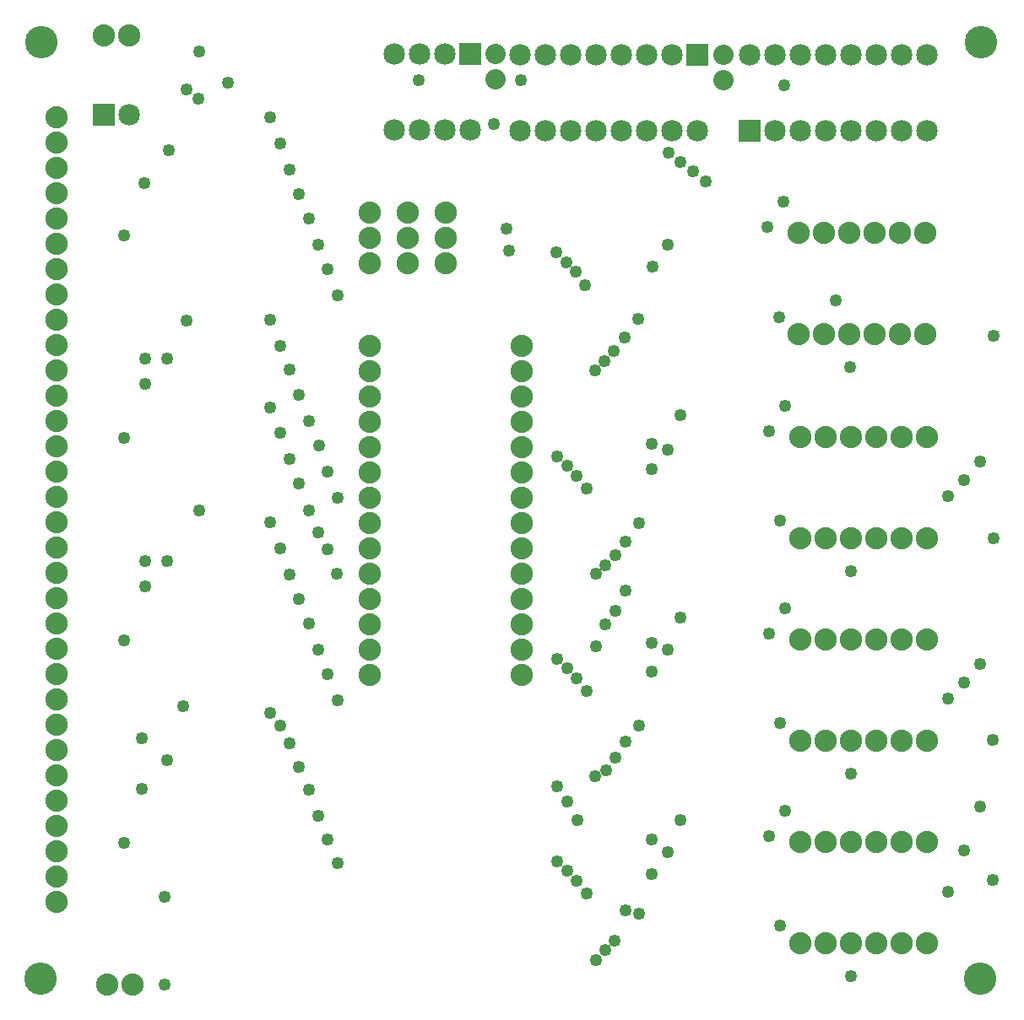
<source format=gbs>
G04 MADE WITH FRITZING*
G04 WWW.FRITZING.ORG*
G04 DOUBLE SIDED*
G04 HOLES PLATED*
G04 CONTOUR ON CENTER OF CONTOUR VECTOR*
%ASAXBY*%
%FSLAX23Y23*%
%MOIN*%
%OFA0B0*%
%SFA1.0B1.0*%
%ADD10C,0.049370*%
%ADD11C,0.088000*%
%ADD12C,0.085000*%
%ADD13C,0.128110*%
%ADD14C,0.080000*%
%ADD15R,0.085000X0.085000*%
%LNMASK0*%
G90*
G70*
G54D10*
X2588Y3382D03*
X2633Y3345D03*
X2633Y2345D03*
X2521Y2232D03*
X2683Y3307D03*
X2633Y1545D03*
X2521Y1445D03*
X2734Y3270D03*
X2634Y744D03*
X2521Y532D03*
X733Y3782D03*
X685Y2720D03*
X521Y2570D03*
X683Y3632D03*
X732Y3596D03*
X734Y1970D03*
X521Y1770D03*
X847Y3659D03*
X671Y1195D03*
X508Y1070D03*
G54D11*
X1708Y3145D03*
X1708Y3045D03*
X1708Y2945D03*
X1558Y3145D03*
X1558Y3045D03*
X1558Y2945D03*
X1408Y3145D03*
X1408Y3045D03*
X1408Y2945D03*
G54D10*
X2149Y880D03*
X2189Y819D03*
X2226Y746D03*
X2302Y1432D03*
X2338Y1519D03*
X2378Y1571D03*
X2419Y1651D03*
X1958Y2995D03*
X1946Y3082D03*
X1896Y3495D03*
G54D12*
X358Y3532D03*
X458Y3532D03*
G54D11*
X358Y3845D03*
X458Y3845D03*
X371Y95D03*
X471Y95D03*
G54D10*
X596Y442D03*
X596Y95D03*
X1279Y1717D03*
X1242Y1815D03*
X1204Y1882D03*
X1167Y1970D03*
X1128Y2074D03*
X1090Y2172D03*
X1053Y2274D03*
X1015Y2375D03*
X2983Y682D03*
X2983Y1482D03*
X2983Y2282D03*
X2979Y3088D03*
X3046Y782D03*
X3046Y1582D03*
X3046Y2382D03*
X3041Y3188D03*
X3028Y327D03*
X3028Y1127D03*
X3028Y1927D03*
X3023Y2733D03*
X3691Y463D03*
X3691Y1226D03*
X3691Y2026D03*
X3816Y797D03*
X3816Y1363D03*
X3816Y2163D03*
X3754Y626D03*
X3754Y1288D03*
X3754Y2088D03*
X3246Y2799D03*
X3308Y129D03*
X3308Y929D03*
X3308Y1729D03*
X3304Y2535D03*
X3866Y508D03*
X3866Y1063D03*
X3871Y1857D03*
X3871Y2657D03*
X1600Y3670D03*
X3043Y3649D03*
G54D11*
X170Y1122D03*
X170Y1022D03*
X170Y922D03*
X170Y822D03*
X170Y722D03*
X170Y622D03*
X170Y522D03*
X170Y422D03*
X170Y1922D03*
X170Y1822D03*
X170Y1722D03*
X170Y1622D03*
X170Y1522D03*
X170Y1422D03*
X170Y1322D03*
X170Y1222D03*
X170Y2722D03*
X170Y2622D03*
X170Y2522D03*
X170Y2422D03*
X170Y2322D03*
X170Y2222D03*
X170Y2122D03*
X170Y2022D03*
X170Y3522D03*
X170Y3422D03*
X170Y3322D03*
X170Y3222D03*
X170Y3122D03*
X170Y3022D03*
X170Y2922D03*
X170Y2822D03*
G54D10*
X2521Y670D03*
X2521Y1332D03*
X2521Y2132D03*
X2524Y2932D03*
X508Y870D03*
X521Y1670D03*
X521Y2470D03*
X519Y3261D03*
X2583Y620D03*
X2583Y1420D03*
X2583Y2207D03*
X2583Y3020D03*
X608Y982D03*
X608Y1770D03*
X608Y2570D03*
X615Y3391D03*
X2470Y375D03*
X2471Y1119D03*
X2471Y1919D03*
X2467Y2725D03*
X439Y655D03*
X439Y1455D03*
X439Y2255D03*
X439Y3055D03*
X2225Y505D03*
X2225Y1305D03*
X2225Y2105D03*
X2221Y2911D03*
X1091Y1049D03*
X1091Y1715D03*
X1091Y2524D03*
X1091Y3315D03*
X2418Y387D03*
X2419Y1056D03*
X2419Y1845D03*
X2415Y2651D03*
X1280Y574D03*
X1280Y1218D03*
X1280Y2018D03*
X1280Y2818D03*
X2263Y454D03*
X2264Y1255D03*
X2263Y2054D03*
X2258Y2860D03*
X1129Y954D03*
X1129Y1620D03*
X1129Y2425D03*
X1129Y3220D03*
X2301Y193D03*
X2299Y917D03*
X2300Y1720D03*
X2298Y2522D03*
X1166Y866D03*
X1166Y1521D03*
X1166Y2321D03*
X1166Y3121D03*
X2149Y583D03*
X2149Y1383D03*
X2149Y2183D03*
X2145Y2989D03*
X1015Y1167D03*
X1015Y1923D03*
X1015Y2723D03*
X1015Y3523D03*
X2338Y231D03*
X2341Y941D03*
X2338Y1753D03*
X2334Y2560D03*
X1204Y762D03*
X1204Y1417D03*
X1206Y2226D03*
X1204Y3017D03*
X2375Y268D03*
X2376Y992D03*
X2376Y1792D03*
X2372Y2598D03*
X1242Y667D03*
X1242Y1322D03*
X1242Y2122D03*
X1242Y2922D03*
X2187Y544D03*
X2187Y1344D03*
X2187Y2144D03*
X2183Y2950D03*
X1053Y1119D03*
X1053Y1819D03*
X1053Y2619D03*
X1053Y3419D03*
G54D13*
X3818Y120D03*
X108Y120D03*
X3821Y3820D03*
X111Y3820D03*
G54D12*
X1803Y3772D03*
X1803Y3472D03*
X1703Y3772D03*
X1703Y3472D03*
X1603Y3772D03*
X1603Y3472D03*
X1503Y3772D03*
X1503Y3472D03*
X2907Y3469D03*
X2907Y3769D03*
X3007Y3469D03*
X3007Y3769D03*
X3107Y3469D03*
X3107Y3769D03*
X3207Y3469D03*
X3207Y3769D03*
X3307Y3469D03*
X3307Y3769D03*
X3407Y3469D03*
X3407Y3769D03*
X3507Y3469D03*
X3507Y3769D03*
X3607Y3469D03*
X3607Y3769D03*
X2702Y3769D03*
X2702Y3469D03*
X2602Y3769D03*
X2602Y3469D03*
X2502Y3769D03*
X2502Y3469D03*
X2402Y3769D03*
X2402Y3469D03*
X2302Y3769D03*
X2302Y3469D03*
X2202Y3769D03*
X2202Y3469D03*
X2102Y3769D03*
X2102Y3469D03*
X2002Y3769D03*
X2002Y3469D03*
G54D14*
X2803Y3667D03*
X2803Y3767D03*
X1903Y3672D03*
X1903Y3772D03*
G54D10*
X2003Y3667D03*
G54D11*
X3106Y259D03*
X3206Y259D03*
X3306Y259D03*
X3406Y259D03*
X3506Y259D03*
X3606Y259D03*
X3106Y1059D03*
X3206Y1059D03*
X3306Y1059D03*
X3406Y1059D03*
X3506Y1059D03*
X3606Y1059D03*
X3106Y1859D03*
X3206Y1859D03*
X3306Y1859D03*
X3406Y1859D03*
X3506Y1859D03*
X3606Y1859D03*
X3101Y2665D03*
X3201Y2665D03*
X3301Y2665D03*
X3401Y2665D03*
X3501Y2665D03*
X3601Y2665D03*
X3106Y659D03*
X3206Y659D03*
X3306Y659D03*
X3406Y659D03*
X3506Y659D03*
X3606Y659D03*
X3106Y1459D03*
X3206Y1459D03*
X3306Y1459D03*
X3406Y1459D03*
X3506Y1459D03*
X3606Y1459D03*
X3106Y2259D03*
X3206Y2259D03*
X3306Y2259D03*
X3406Y2259D03*
X3506Y2259D03*
X3606Y2259D03*
X3101Y3065D03*
X3201Y3065D03*
X3301Y3065D03*
X3401Y3065D03*
X3501Y3065D03*
X3601Y3065D03*
X2008Y2620D03*
X2008Y2520D03*
X2008Y2420D03*
X2008Y2320D03*
X2008Y2220D03*
X2008Y2120D03*
X2008Y2020D03*
X2008Y1920D03*
X2008Y1820D03*
X2008Y1720D03*
X2008Y1620D03*
X2008Y1520D03*
X2008Y1420D03*
X2008Y1320D03*
X1408Y2620D03*
X1408Y2520D03*
X1408Y2420D03*
X1408Y2320D03*
X1408Y2220D03*
X1408Y2120D03*
X1408Y2020D03*
X1408Y1920D03*
X1408Y1820D03*
X1408Y1720D03*
X1408Y1620D03*
X1408Y1520D03*
X1408Y1420D03*
X1408Y1320D03*
G54D15*
X358Y3532D03*
X1803Y3772D03*
X2907Y3469D03*
X2702Y3769D03*
G04 End of Mask0*
M02*
</source>
